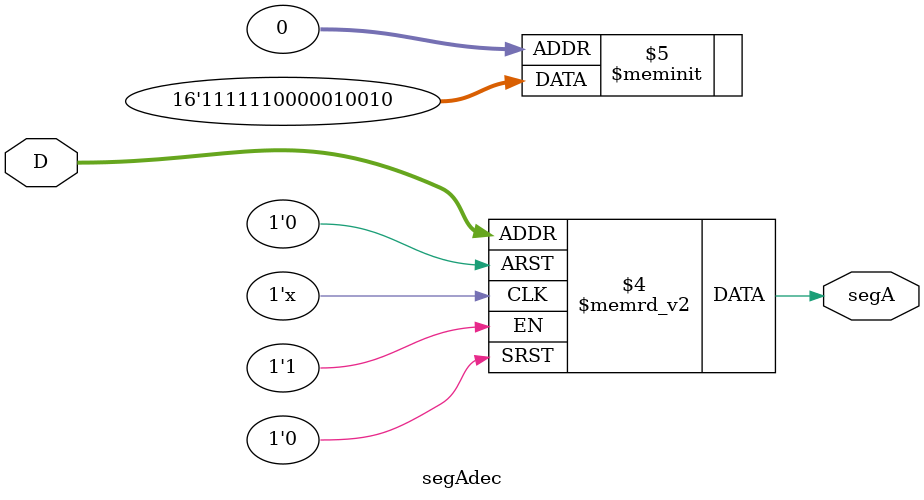
<source format=sv>

module segAdec
(
	input [3:0] D,
	output reg segA
);

always @ (*) begin
	case (D)
	4'h1, 4'h4, 4'hA, 4'hB, 4'hC, 4'hD, 4'hE, 4'hF: segA = 1'b1; 
	4'h0, 4'h2, 4'h3, 4'h5, 4'h6, 4'h7, 4'h8, 4'h9: segA = 1'b0; 
	default : segA = 1'bx; 
	endcase
end
endmodule

</source>
